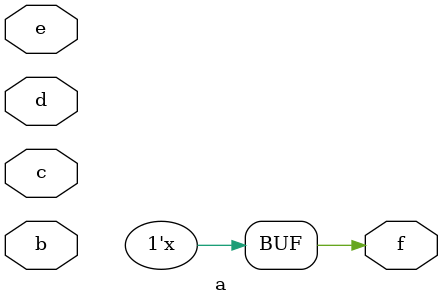
<source format=v>
module a(input b, input [83 : 10] c, d, e, output f);
    reg g;
    always @(*) begin
        f <= g;
        g = d / b;
        if (d / g) begin
            g = b ? b / e / c : 0;
        end
    end 
endmodule
</source>
